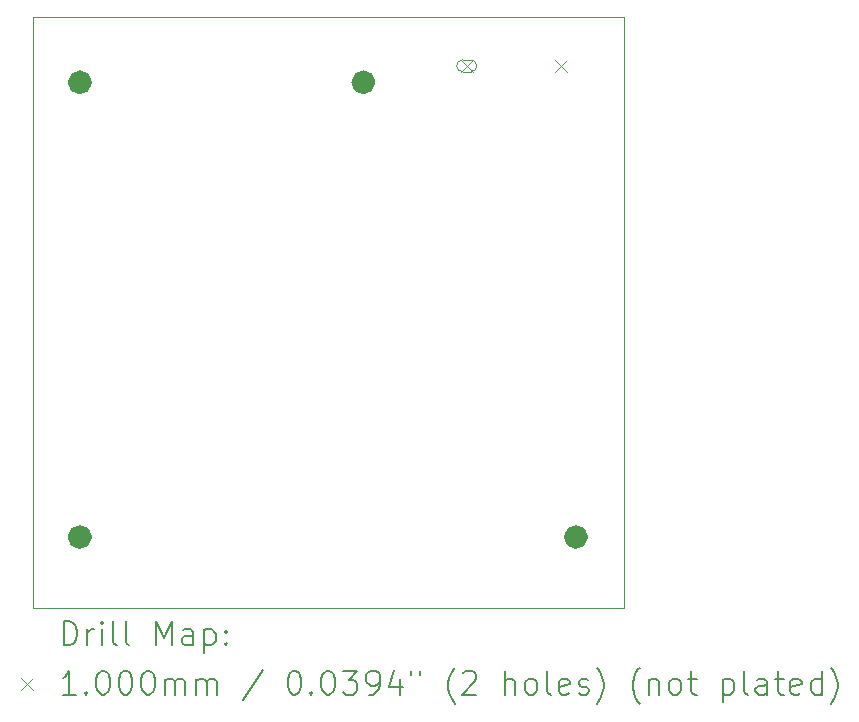
<source format=gbr>
%TF.GenerationSoftware,KiCad,Pcbnew,9.0.3*%
%TF.CreationDate,2025-08-23T15:15:25+02:00*%
%TF.ProjectId,fw-anwesenheit,66772d61-6e77-4657-9365-6e686569742e,rev?*%
%TF.SameCoordinates,Original*%
%TF.FileFunction,Drillmap*%
%TF.FilePolarity,Positive*%
%FSLAX45Y45*%
G04 Gerber Fmt 4.5, Leading zero omitted, Abs format (unit mm)*
G04 Created by KiCad (PCBNEW 9.0.3) date 2025-08-23 15:15:25*
%MOMM*%
%LPD*%
G01*
G04 APERTURE LIST*
%ADD10C,1.025000*%
%ADD11C,0.050000*%
%ADD12C,0.010000*%
%ADD13C,0.200000*%
%ADD14C,0.100000*%
G04 APERTURE END LIST*
D10*
X8551250Y-12350000D02*
G75*
G02*
X8448750Y-12350000I-51250J0D01*
G01*
X8448750Y-12350000D02*
G75*
G02*
X8551250Y-12350000I51250J0D01*
G01*
X8551250Y-8500000D02*
G75*
G02*
X8448750Y-8500000I-51250J0D01*
G01*
X8448750Y-8500000D02*
G75*
G02*
X8551250Y-8500000I51250J0D01*
G01*
D11*
X8104500Y-7950200D02*
X13104500Y-7950200D01*
X13104500Y-12950200D01*
X8104500Y-12950200D01*
X8104500Y-7950200D01*
D10*
X12751250Y-12350000D02*
G75*
G02*
X12648750Y-12350000I-51250J0D01*
G01*
X12648750Y-12350000D02*
G75*
G02*
X12751250Y-12350000I51250J0D01*
G01*
X10951250Y-8500000D02*
G75*
G02*
X10848750Y-8500000I-51250J0D01*
G01*
X10848750Y-8500000D02*
G75*
G02*
X10951250Y-8500000I51250J0D01*
G01*
D12*
X11740000Y-8310000D02*
X11810000Y-8310000D01*
X11810000Y-8410000D02*
X11740000Y-8410000D01*
X11690000Y-8360000D02*
G75*
G02*
X11740000Y-8310000I50000J0D01*
G01*
X11740000Y-8410000D02*
G75*
G02*
X11690000Y-8360000I0J50000D01*
G01*
X11810000Y-8310000D02*
G75*
G02*
X11860000Y-8360000I0J-50000D01*
G01*
X11860000Y-8360000D02*
G75*
G02*
X11810000Y-8410000I-50000J0D01*
G01*
D13*
D14*
X11725000Y-8310000D02*
X11825000Y-8410000D01*
X11825000Y-8310000D02*
X11725000Y-8410000D01*
X12525000Y-8310000D02*
X12625000Y-8410000D01*
X12625000Y-8310000D02*
X12525000Y-8410000D01*
D13*
X8362777Y-13264184D02*
X8362777Y-13064184D01*
X8362777Y-13064184D02*
X8410396Y-13064184D01*
X8410396Y-13064184D02*
X8438967Y-13073708D01*
X8438967Y-13073708D02*
X8458015Y-13092755D01*
X8458015Y-13092755D02*
X8467539Y-13111803D01*
X8467539Y-13111803D02*
X8477063Y-13149898D01*
X8477063Y-13149898D02*
X8477063Y-13178469D01*
X8477063Y-13178469D02*
X8467539Y-13216565D01*
X8467539Y-13216565D02*
X8458015Y-13235612D01*
X8458015Y-13235612D02*
X8438967Y-13254660D01*
X8438967Y-13254660D02*
X8410396Y-13264184D01*
X8410396Y-13264184D02*
X8362777Y-13264184D01*
X8562777Y-13264184D02*
X8562777Y-13130850D01*
X8562777Y-13168946D02*
X8572301Y-13149898D01*
X8572301Y-13149898D02*
X8581824Y-13140374D01*
X8581824Y-13140374D02*
X8600872Y-13130850D01*
X8600872Y-13130850D02*
X8619920Y-13130850D01*
X8686586Y-13264184D02*
X8686586Y-13130850D01*
X8686586Y-13064184D02*
X8677063Y-13073708D01*
X8677063Y-13073708D02*
X8686586Y-13083231D01*
X8686586Y-13083231D02*
X8696110Y-13073708D01*
X8696110Y-13073708D02*
X8686586Y-13064184D01*
X8686586Y-13064184D02*
X8686586Y-13083231D01*
X8810396Y-13264184D02*
X8791348Y-13254660D01*
X8791348Y-13254660D02*
X8781824Y-13235612D01*
X8781824Y-13235612D02*
X8781824Y-13064184D01*
X8915158Y-13264184D02*
X8896110Y-13254660D01*
X8896110Y-13254660D02*
X8886586Y-13235612D01*
X8886586Y-13235612D02*
X8886586Y-13064184D01*
X9143729Y-13264184D02*
X9143729Y-13064184D01*
X9143729Y-13064184D02*
X9210396Y-13207041D01*
X9210396Y-13207041D02*
X9277063Y-13064184D01*
X9277063Y-13064184D02*
X9277063Y-13264184D01*
X9458015Y-13264184D02*
X9458015Y-13159422D01*
X9458015Y-13159422D02*
X9448491Y-13140374D01*
X9448491Y-13140374D02*
X9429444Y-13130850D01*
X9429444Y-13130850D02*
X9391348Y-13130850D01*
X9391348Y-13130850D02*
X9372301Y-13140374D01*
X9458015Y-13254660D02*
X9438967Y-13264184D01*
X9438967Y-13264184D02*
X9391348Y-13264184D01*
X9391348Y-13264184D02*
X9372301Y-13254660D01*
X9372301Y-13254660D02*
X9362777Y-13235612D01*
X9362777Y-13235612D02*
X9362777Y-13216565D01*
X9362777Y-13216565D02*
X9372301Y-13197517D01*
X9372301Y-13197517D02*
X9391348Y-13187993D01*
X9391348Y-13187993D02*
X9438967Y-13187993D01*
X9438967Y-13187993D02*
X9458015Y-13178469D01*
X9553253Y-13130850D02*
X9553253Y-13330850D01*
X9553253Y-13140374D02*
X9572301Y-13130850D01*
X9572301Y-13130850D02*
X9610396Y-13130850D01*
X9610396Y-13130850D02*
X9629444Y-13140374D01*
X9629444Y-13140374D02*
X9638967Y-13149898D01*
X9638967Y-13149898D02*
X9648491Y-13168946D01*
X9648491Y-13168946D02*
X9648491Y-13226088D01*
X9648491Y-13226088D02*
X9638967Y-13245136D01*
X9638967Y-13245136D02*
X9629444Y-13254660D01*
X9629444Y-13254660D02*
X9610396Y-13264184D01*
X9610396Y-13264184D02*
X9572301Y-13264184D01*
X9572301Y-13264184D02*
X9553253Y-13254660D01*
X9734205Y-13245136D02*
X9743729Y-13254660D01*
X9743729Y-13254660D02*
X9734205Y-13264184D01*
X9734205Y-13264184D02*
X9724682Y-13254660D01*
X9724682Y-13254660D02*
X9734205Y-13245136D01*
X9734205Y-13245136D02*
X9734205Y-13264184D01*
X9734205Y-13140374D02*
X9743729Y-13149898D01*
X9743729Y-13149898D02*
X9734205Y-13159422D01*
X9734205Y-13159422D02*
X9724682Y-13149898D01*
X9724682Y-13149898D02*
X9734205Y-13140374D01*
X9734205Y-13140374D02*
X9734205Y-13159422D01*
D14*
X8002000Y-13542700D02*
X8102000Y-13642700D01*
X8102000Y-13542700D02*
X8002000Y-13642700D01*
D13*
X8467539Y-13684184D02*
X8353253Y-13684184D01*
X8410396Y-13684184D02*
X8410396Y-13484184D01*
X8410396Y-13484184D02*
X8391348Y-13512755D01*
X8391348Y-13512755D02*
X8372301Y-13531803D01*
X8372301Y-13531803D02*
X8353253Y-13541327D01*
X8553253Y-13665136D02*
X8562777Y-13674660D01*
X8562777Y-13674660D02*
X8553253Y-13684184D01*
X8553253Y-13684184D02*
X8543729Y-13674660D01*
X8543729Y-13674660D02*
X8553253Y-13665136D01*
X8553253Y-13665136D02*
X8553253Y-13684184D01*
X8686586Y-13484184D02*
X8705634Y-13484184D01*
X8705634Y-13484184D02*
X8724682Y-13493708D01*
X8724682Y-13493708D02*
X8734205Y-13503231D01*
X8734205Y-13503231D02*
X8743729Y-13522279D01*
X8743729Y-13522279D02*
X8753253Y-13560374D01*
X8753253Y-13560374D02*
X8753253Y-13607993D01*
X8753253Y-13607993D02*
X8743729Y-13646088D01*
X8743729Y-13646088D02*
X8734205Y-13665136D01*
X8734205Y-13665136D02*
X8724682Y-13674660D01*
X8724682Y-13674660D02*
X8705634Y-13684184D01*
X8705634Y-13684184D02*
X8686586Y-13684184D01*
X8686586Y-13684184D02*
X8667539Y-13674660D01*
X8667539Y-13674660D02*
X8658015Y-13665136D01*
X8658015Y-13665136D02*
X8648491Y-13646088D01*
X8648491Y-13646088D02*
X8638967Y-13607993D01*
X8638967Y-13607993D02*
X8638967Y-13560374D01*
X8638967Y-13560374D02*
X8648491Y-13522279D01*
X8648491Y-13522279D02*
X8658015Y-13503231D01*
X8658015Y-13503231D02*
X8667539Y-13493708D01*
X8667539Y-13493708D02*
X8686586Y-13484184D01*
X8877063Y-13484184D02*
X8896110Y-13484184D01*
X8896110Y-13484184D02*
X8915158Y-13493708D01*
X8915158Y-13493708D02*
X8924682Y-13503231D01*
X8924682Y-13503231D02*
X8934205Y-13522279D01*
X8934205Y-13522279D02*
X8943729Y-13560374D01*
X8943729Y-13560374D02*
X8943729Y-13607993D01*
X8943729Y-13607993D02*
X8934205Y-13646088D01*
X8934205Y-13646088D02*
X8924682Y-13665136D01*
X8924682Y-13665136D02*
X8915158Y-13674660D01*
X8915158Y-13674660D02*
X8896110Y-13684184D01*
X8896110Y-13684184D02*
X8877063Y-13684184D01*
X8877063Y-13684184D02*
X8858015Y-13674660D01*
X8858015Y-13674660D02*
X8848491Y-13665136D01*
X8848491Y-13665136D02*
X8838967Y-13646088D01*
X8838967Y-13646088D02*
X8829444Y-13607993D01*
X8829444Y-13607993D02*
X8829444Y-13560374D01*
X8829444Y-13560374D02*
X8838967Y-13522279D01*
X8838967Y-13522279D02*
X8848491Y-13503231D01*
X8848491Y-13503231D02*
X8858015Y-13493708D01*
X8858015Y-13493708D02*
X8877063Y-13484184D01*
X9067539Y-13484184D02*
X9086586Y-13484184D01*
X9086586Y-13484184D02*
X9105634Y-13493708D01*
X9105634Y-13493708D02*
X9115158Y-13503231D01*
X9115158Y-13503231D02*
X9124682Y-13522279D01*
X9124682Y-13522279D02*
X9134205Y-13560374D01*
X9134205Y-13560374D02*
X9134205Y-13607993D01*
X9134205Y-13607993D02*
X9124682Y-13646088D01*
X9124682Y-13646088D02*
X9115158Y-13665136D01*
X9115158Y-13665136D02*
X9105634Y-13674660D01*
X9105634Y-13674660D02*
X9086586Y-13684184D01*
X9086586Y-13684184D02*
X9067539Y-13684184D01*
X9067539Y-13684184D02*
X9048491Y-13674660D01*
X9048491Y-13674660D02*
X9038967Y-13665136D01*
X9038967Y-13665136D02*
X9029444Y-13646088D01*
X9029444Y-13646088D02*
X9019920Y-13607993D01*
X9019920Y-13607993D02*
X9019920Y-13560374D01*
X9019920Y-13560374D02*
X9029444Y-13522279D01*
X9029444Y-13522279D02*
X9038967Y-13503231D01*
X9038967Y-13503231D02*
X9048491Y-13493708D01*
X9048491Y-13493708D02*
X9067539Y-13484184D01*
X9219920Y-13684184D02*
X9219920Y-13550850D01*
X9219920Y-13569898D02*
X9229444Y-13560374D01*
X9229444Y-13560374D02*
X9248491Y-13550850D01*
X9248491Y-13550850D02*
X9277063Y-13550850D01*
X9277063Y-13550850D02*
X9296110Y-13560374D01*
X9296110Y-13560374D02*
X9305634Y-13579422D01*
X9305634Y-13579422D02*
X9305634Y-13684184D01*
X9305634Y-13579422D02*
X9315158Y-13560374D01*
X9315158Y-13560374D02*
X9334205Y-13550850D01*
X9334205Y-13550850D02*
X9362777Y-13550850D01*
X9362777Y-13550850D02*
X9381825Y-13560374D01*
X9381825Y-13560374D02*
X9391348Y-13579422D01*
X9391348Y-13579422D02*
X9391348Y-13684184D01*
X9486586Y-13684184D02*
X9486586Y-13550850D01*
X9486586Y-13569898D02*
X9496110Y-13560374D01*
X9496110Y-13560374D02*
X9515158Y-13550850D01*
X9515158Y-13550850D02*
X9543729Y-13550850D01*
X9543729Y-13550850D02*
X9562777Y-13560374D01*
X9562777Y-13560374D02*
X9572301Y-13579422D01*
X9572301Y-13579422D02*
X9572301Y-13684184D01*
X9572301Y-13579422D02*
X9581825Y-13560374D01*
X9581825Y-13560374D02*
X9600872Y-13550850D01*
X9600872Y-13550850D02*
X9629444Y-13550850D01*
X9629444Y-13550850D02*
X9648491Y-13560374D01*
X9648491Y-13560374D02*
X9658015Y-13579422D01*
X9658015Y-13579422D02*
X9658015Y-13684184D01*
X10048491Y-13474660D02*
X9877063Y-13731803D01*
X10305634Y-13484184D02*
X10324682Y-13484184D01*
X10324682Y-13484184D02*
X10343729Y-13493708D01*
X10343729Y-13493708D02*
X10353253Y-13503231D01*
X10353253Y-13503231D02*
X10362777Y-13522279D01*
X10362777Y-13522279D02*
X10372301Y-13560374D01*
X10372301Y-13560374D02*
X10372301Y-13607993D01*
X10372301Y-13607993D02*
X10362777Y-13646088D01*
X10362777Y-13646088D02*
X10353253Y-13665136D01*
X10353253Y-13665136D02*
X10343729Y-13674660D01*
X10343729Y-13674660D02*
X10324682Y-13684184D01*
X10324682Y-13684184D02*
X10305634Y-13684184D01*
X10305634Y-13684184D02*
X10286587Y-13674660D01*
X10286587Y-13674660D02*
X10277063Y-13665136D01*
X10277063Y-13665136D02*
X10267539Y-13646088D01*
X10267539Y-13646088D02*
X10258015Y-13607993D01*
X10258015Y-13607993D02*
X10258015Y-13560374D01*
X10258015Y-13560374D02*
X10267539Y-13522279D01*
X10267539Y-13522279D02*
X10277063Y-13503231D01*
X10277063Y-13503231D02*
X10286587Y-13493708D01*
X10286587Y-13493708D02*
X10305634Y-13484184D01*
X10458015Y-13665136D02*
X10467539Y-13674660D01*
X10467539Y-13674660D02*
X10458015Y-13684184D01*
X10458015Y-13684184D02*
X10448491Y-13674660D01*
X10448491Y-13674660D02*
X10458015Y-13665136D01*
X10458015Y-13665136D02*
X10458015Y-13684184D01*
X10591348Y-13484184D02*
X10610396Y-13484184D01*
X10610396Y-13484184D02*
X10629444Y-13493708D01*
X10629444Y-13493708D02*
X10638968Y-13503231D01*
X10638968Y-13503231D02*
X10648491Y-13522279D01*
X10648491Y-13522279D02*
X10658015Y-13560374D01*
X10658015Y-13560374D02*
X10658015Y-13607993D01*
X10658015Y-13607993D02*
X10648491Y-13646088D01*
X10648491Y-13646088D02*
X10638968Y-13665136D01*
X10638968Y-13665136D02*
X10629444Y-13674660D01*
X10629444Y-13674660D02*
X10610396Y-13684184D01*
X10610396Y-13684184D02*
X10591348Y-13684184D01*
X10591348Y-13684184D02*
X10572301Y-13674660D01*
X10572301Y-13674660D02*
X10562777Y-13665136D01*
X10562777Y-13665136D02*
X10553253Y-13646088D01*
X10553253Y-13646088D02*
X10543729Y-13607993D01*
X10543729Y-13607993D02*
X10543729Y-13560374D01*
X10543729Y-13560374D02*
X10553253Y-13522279D01*
X10553253Y-13522279D02*
X10562777Y-13503231D01*
X10562777Y-13503231D02*
X10572301Y-13493708D01*
X10572301Y-13493708D02*
X10591348Y-13484184D01*
X10724682Y-13484184D02*
X10848491Y-13484184D01*
X10848491Y-13484184D02*
X10781825Y-13560374D01*
X10781825Y-13560374D02*
X10810396Y-13560374D01*
X10810396Y-13560374D02*
X10829444Y-13569898D01*
X10829444Y-13569898D02*
X10838968Y-13579422D01*
X10838968Y-13579422D02*
X10848491Y-13598469D01*
X10848491Y-13598469D02*
X10848491Y-13646088D01*
X10848491Y-13646088D02*
X10838968Y-13665136D01*
X10838968Y-13665136D02*
X10829444Y-13674660D01*
X10829444Y-13674660D02*
X10810396Y-13684184D01*
X10810396Y-13684184D02*
X10753253Y-13684184D01*
X10753253Y-13684184D02*
X10734206Y-13674660D01*
X10734206Y-13674660D02*
X10724682Y-13665136D01*
X10943729Y-13684184D02*
X10981825Y-13684184D01*
X10981825Y-13684184D02*
X11000872Y-13674660D01*
X11000872Y-13674660D02*
X11010396Y-13665136D01*
X11010396Y-13665136D02*
X11029444Y-13636565D01*
X11029444Y-13636565D02*
X11038968Y-13598469D01*
X11038968Y-13598469D02*
X11038968Y-13522279D01*
X11038968Y-13522279D02*
X11029444Y-13503231D01*
X11029444Y-13503231D02*
X11019920Y-13493708D01*
X11019920Y-13493708D02*
X11000872Y-13484184D01*
X11000872Y-13484184D02*
X10962777Y-13484184D01*
X10962777Y-13484184D02*
X10943729Y-13493708D01*
X10943729Y-13493708D02*
X10934206Y-13503231D01*
X10934206Y-13503231D02*
X10924682Y-13522279D01*
X10924682Y-13522279D02*
X10924682Y-13569898D01*
X10924682Y-13569898D02*
X10934206Y-13588946D01*
X10934206Y-13588946D02*
X10943729Y-13598469D01*
X10943729Y-13598469D02*
X10962777Y-13607993D01*
X10962777Y-13607993D02*
X11000872Y-13607993D01*
X11000872Y-13607993D02*
X11019920Y-13598469D01*
X11019920Y-13598469D02*
X11029444Y-13588946D01*
X11029444Y-13588946D02*
X11038968Y-13569898D01*
X11210396Y-13550850D02*
X11210396Y-13684184D01*
X11162777Y-13474660D02*
X11115158Y-13617517D01*
X11115158Y-13617517D02*
X11238967Y-13617517D01*
X11305634Y-13484184D02*
X11305634Y-13522279D01*
X11381825Y-13484184D02*
X11381825Y-13522279D01*
X11677063Y-13760374D02*
X11667539Y-13750850D01*
X11667539Y-13750850D02*
X11648491Y-13722279D01*
X11648491Y-13722279D02*
X11638968Y-13703231D01*
X11638968Y-13703231D02*
X11629444Y-13674660D01*
X11629444Y-13674660D02*
X11619920Y-13627041D01*
X11619920Y-13627041D02*
X11619920Y-13588946D01*
X11619920Y-13588946D02*
X11629444Y-13541327D01*
X11629444Y-13541327D02*
X11638968Y-13512755D01*
X11638968Y-13512755D02*
X11648491Y-13493708D01*
X11648491Y-13493708D02*
X11667539Y-13465136D01*
X11667539Y-13465136D02*
X11677063Y-13455612D01*
X11743729Y-13503231D02*
X11753253Y-13493708D01*
X11753253Y-13493708D02*
X11772301Y-13484184D01*
X11772301Y-13484184D02*
X11819920Y-13484184D01*
X11819920Y-13484184D02*
X11838968Y-13493708D01*
X11838968Y-13493708D02*
X11848491Y-13503231D01*
X11848491Y-13503231D02*
X11858015Y-13522279D01*
X11858015Y-13522279D02*
X11858015Y-13541327D01*
X11858015Y-13541327D02*
X11848491Y-13569898D01*
X11848491Y-13569898D02*
X11734206Y-13684184D01*
X11734206Y-13684184D02*
X11858015Y-13684184D01*
X12096110Y-13684184D02*
X12096110Y-13484184D01*
X12181825Y-13684184D02*
X12181825Y-13579422D01*
X12181825Y-13579422D02*
X12172301Y-13560374D01*
X12172301Y-13560374D02*
X12153253Y-13550850D01*
X12153253Y-13550850D02*
X12124682Y-13550850D01*
X12124682Y-13550850D02*
X12105634Y-13560374D01*
X12105634Y-13560374D02*
X12096110Y-13569898D01*
X12305634Y-13684184D02*
X12286587Y-13674660D01*
X12286587Y-13674660D02*
X12277063Y-13665136D01*
X12277063Y-13665136D02*
X12267539Y-13646088D01*
X12267539Y-13646088D02*
X12267539Y-13588946D01*
X12267539Y-13588946D02*
X12277063Y-13569898D01*
X12277063Y-13569898D02*
X12286587Y-13560374D01*
X12286587Y-13560374D02*
X12305634Y-13550850D01*
X12305634Y-13550850D02*
X12334206Y-13550850D01*
X12334206Y-13550850D02*
X12353253Y-13560374D01*
X12353253Y-13560374D02*
X12362777Y-13569898D01*
X12362777Y-13569898D02*
X12372301Y-13588946D01*
X12372301Y-13588946D02*
X12372301Y-13646088D01*
X12372301Y-13646088D02*
X12362777Y-13665136D01*
X12362777Y-13665136D02*
X12353253Y-13674660D01*
X12353253Y-13674660D02*
X12334206Y-13684184D01*
X12334206Y-13684184D02*
X12305634Y-13684184D01*
X12486587Y-13684184D02*
X12467539Y-13674660D01*
X12467539Y-13674660D02*
X12458015Y-13655612D01*
X12458015Y-13655612D02*
X12458015Y-13484184D01*
X12638968Y-13674660D02*
X12619920Y-13684184D01*
X12619920Y-13684184D02*
X12581825Y-13684184D01*
X12581825Y-13684184D02*
X12562777Y-13674660D01*
X12562777Y-13674660D02*
X12553253Y-13655612D01*
X12553253Y-13655612D02*
X12553253Y-13579422D01*
X12553253Y-13579422D02*
X12562777Y-13560374D01*
X12562777Y-13560374D02*
X12581825Y-13550850D01*
X12581825Y-13550850D02*
X12619920Y-13550850D01*
X12619920Y-13550850D02*
X12638968Y-13560374D01*
X12638968Y-13560374D02*
X12648491Y-13579422D01*
X12648491Y-13579422D02*
X12648491Y-13598469D01*
X12648491Y-13598469D02*
X12553253Y-13617517D01*
X12724682Y-13674660D02*
X12743730Y-13684184D01*
X12743730Y-13684184D02*
X12781825Y-13684184D01*
X12781825Y-13684184D02*
X12800872Y-13674660D01*
X12800872Y-13674660D02*
X12810396Y-13655612D01*
X12810396Y-13655612D02*
X12810396Y-13646088D01*
X12810396Y-13646088D02*
X12800872Y-13627041D01*
X12800872Y-13627041D02*
X12781825Y-13617517D01*
X12781825Y-13617517D02*
X12753253Y-13617517D01*
X12753253Y-13617517D02*
X12734206Y-13607993D01*
X12734206Y-13607993D02*
X12724682Y-13588946D01*
X12724682Y-13588946D02*
X12724682Y-13579422D01*
X12724682Y-13579422D02*
X12734206Y-13560374D01*
X12734206Y-13560374D02*
X12753253Y-13550850D01*
X12753253Y-13550850D02*
X12781825Y-13550850D01*
X12781825Y-13550850D02*
X12800872Y-13560374D01*
X12877063Y-13760374D02*
X12886587Y-13750850D01*
X12886587Y-13750850D02*
X12905634Y-13722279D01*
X12905634Y-13722279D02*
X12915158Y-13703231D01*
X12915158Y-13703231D02*
X12924682Y-13674660D01*
X12924682Y-13674660D02*
X12934206Y-13627041D01*
X12934206Y-13627041D02*
X12934206Y-13588946D01*
X12934206Y-13588946D02*
X12924682Y-13541327D01*
X12924682Y-13541327D02*
X12915158Y-13512755D01*
X12915158Y-13512755D02*
X12905634Y-13493708D01*
X12905634Y-13493708D02*
X12886587Y-13465136D01*
X12886587Y-13465136D02*
X12877063Y-13455612D01*
X13238968Y-13760374D02*
X13229444Y-13750850D01*
X13229444Y-13750850D02*
X13210396Y-13722279D01*
X13210396Y-13722279D02*
X13200872Y-13703231D01*
X13200872Y-13703231D02*
X13191349Y-13674660D01*
X13191349Y-13674660D02*
X13181825Y-13627041D01*
X13181825Y-13627041D02*
X13181825Y-13588946D01*
X13181825Y-13588946D02*
X13191349Y-13541327D01*
X13191349Y-13541327D02*
X13200872Y-13512755D01*
X13200872Y-13512755D02*
X13210396Y-13493708D01*
X13210396Y-13493708D02*
X13229444Y-13465136D01*
X13229444Y-13465136D02*
X13238968Y-13455612D01*
X13315158Y-13550850D02*
X13315158Y-13684184D01*
X13315158Y-13569898D02*
X13324682Y-13560374D01*
X13324682Y-13560374D02*
X13343730Y-13550850D01*
X13343730Y-13550850D02*
X13372301Y-13550850D01*
X13372301Y-13550850D02*
X13391349Y-13560374D01*
X13391349Y-13560374D02*
X13400872Y-13579422D01*
X13400872Y-13579422D02*
X13400872Y-13684184D01*
X13524682Y-13684184D02*
X13505634Y-13674660D01*
X13505634Y-13674660D02*
X13496111Y-13665136D01*
X13496111Y-13665136D02*
X13486587Y-13646088D01*
X13486587Y-13646088D02*
X13486587Y-13588946D01*
X13486587Y-13588946D02*
X13496111Y-13569898D01*
X13496111Y-13569898D02*
X13505634Y-13560374D01*
X13505634Y-13560374D02*
X13524682Y-13550850D01*
X13524682Y-13550850D02*
X13553253Y-13550850D01*
X13553253Y-13550850D02*
X13572301Y-13560374D01*
X13572301Y-13560374D02*
X13581825Y-13569898D01*
X13581825Y-13569898D02*
X13591349Y-13588946D01*
X13591349Y-13588946D02*
X13591349Y-13646088D01*
X13591349Y-13646088D02*
X13581825Y-13665136D01*
X13581825Y-13665136D02*
X13572301Y-13674660D01*
X13572301Y-13674660D02*
X13553253Y-13684184D01*
X13553253Y-13684184D02*
X13524682Y-13684184D01*
X13648492Y-13550850D02*
X13724682Y-13550850D01*
X13677063Y-13484184D02*
X13677063Y-13655612D01*
X13677063Y-13655612D02*
X13686587Y-13674660D01*
X13686587Y-13674660D02*
X13705634Y-13684184D01*
X13705634Y-13684184D02*
X13724682Y-13684184D01*
X13943730Y-13550850D02*
X13943730Y-13750850D01*
X13943730Y-13560374D02*
X13962777Y-13550850D01*
X13962777Y-13550850D02*
X14000873Y-13550850D01*
X14000873Y-13550850D02*
X14019920Y-13560374D01*
X14019920Y-13560374D02*
X14029444Y-13569898D01*
X14029444Y-13569898D02*
X14038968Y-13588946D01*
X14038968Y-13588946D02*
X14038968Y-13646088D01*
X14038968Y-13646088D02*
X14029444Y-13665136D01*
X14029444Y-13665136D02*
X14019920Y-13674660D01*
X14019920Y-13674660D02*
X14000873Y-13684184D01*
X14000873Y-13684184D02*
X13962777Y-13684184D01*
X13962777Y-13684184D02*
X13943730Y-13674660D01*
X14153253Y-13684184D02*
X14134206Y-13674660D01*
X14134206Y-13674660D02*
X14124682Y-13655612D01*
X14124682Y-13655612D02*
X14124682Y-13484184D01*
X14315158Y-13684184D02*
X14315158Y-13579422D01*
X14315158Y-13579422D02*
X14305634Y-13560374D01*
X14305634Y-13560374D02*
X14286587Y-13550850D01*
X14286587Y-13550850D02*
X14248492Y-13550850D01*
X14248492Y-13550850D02*
X14229444Y-13560374D01*
X14315158Y-13674660D02*
X14296111Y-13684184D01*
X14296111Y-13684184D02*
X14248492Y-13684184D01*
X14248492Y-13684184D02*
X14229444Y-13674660D01*
X14229444Y-13674660D02*
X14219920Y-13655612D01*
X14219920Y-13655612D02*
X14219920Y-13636565D01*
X14219920Y-13636565D02*
X14229444Y-13617517D01*
X14229444Y-13617517D02*
X14248492Y-13607993D01*
X14248492Y-13607993D02*
X14296111Y-13607993D01*
X14296111Y-13607993D02*
X14315158Y-13598469D01*
X14381825Y-13550850D02*
X14458015Y-13550850D01*
X14410396Y-13484184D02*
X14410396Y-13655612D01*
X14410396Y-13655612D02*
X14419920Y-13674660D01*
X14419920Y-13674660D02*
X14438968Y-13684184D01*
X14438968Y-13684184D02*
X14458015Y-13684184D01*
X14600873Y-13674660D02*
X14581825Y-13684184D01*
X14581825Y-13684184D02*
X14543730Y-13684184D01*
X14543730Y-13684184D02*
X14524682Y-13674660D01*
X14524682Y-13674660D02*
X14515158Y-13655612D01*
X14515158Y-13655612D02*
X14515158Y-13579422D01*
X14515158Y-13579422D02*
X14524682Y-13560374D01*
X14524682Y-13560374D02*
X14543730Y-13550850D01*
X14543730Y-13550850D02*
X14581825Y-13550850D01*
X14581825Y-13550850D02*
X14600873Y-13560374D01*
X14600873Y-13560374D02*
X14610396Y-13579422D01*
X14610396Y-13579422D02*
X14610396Y-13598469D01*
X14610396Y-13598469D02*
X14515158Y-13617517D01*
X14781825Y-13684184D02*
X14781825Y-13484184D01*
X14781825Y-13674660D02*
X14762777Y-13684184D01*
X14762777Y-13684184D02*
X14724682Y-13684184D01*
X14724682Y-13684184D02*
X14705634Y-13674660D01*
X14705634Y-13674660D02*
X14696111Y-13665136D01*
X14696111Y-13665136D02*
X14686587Y-13646088D01*
X14686587Y-13646088D02*
X14686587Y-13588946D01*
X14686587Y-13588946D02*
X14696111Y-13569898D01*
X14696111Y-13569898D02*
X14705634Y-13560374D01*
X14705634Y-13560374D02*
X14724682Y-13550850D01*
X14724682Y-13550850D02*
X14762777Y-13550850D01*
X14762777Y-13550850D02*
X14781825Y-13560374D01*
X14858015Y-13760374D02*
X14867539Y-13750850D01*
X14867539Y-13750850D02*
X14886587Y-13722279D01*
X14886587Y-13722279D02*
X14896111Y-13703231D01*
X14896111Y-13703231D02*
X14905634Y-13674660D01*
X14905634Y-13674660D02*
X14915158Y-13627041D01*
X14915158Y-13627041D02*
X14915158Y-13588946D01*
X14915158Y-13588946D02*
X14905634Y-13541327D01*
X14905634Y-13541327D02*
X14896111Y-13512755D01*
X14896111Y-13512755D02*
X14886587Y-13493708D01*
X14886587Y-13493708D02*
X14867539Y-13465136D01*
X14867539Y-13465136D02*
X14858015Y-13455612D01*
M02*

</source>
